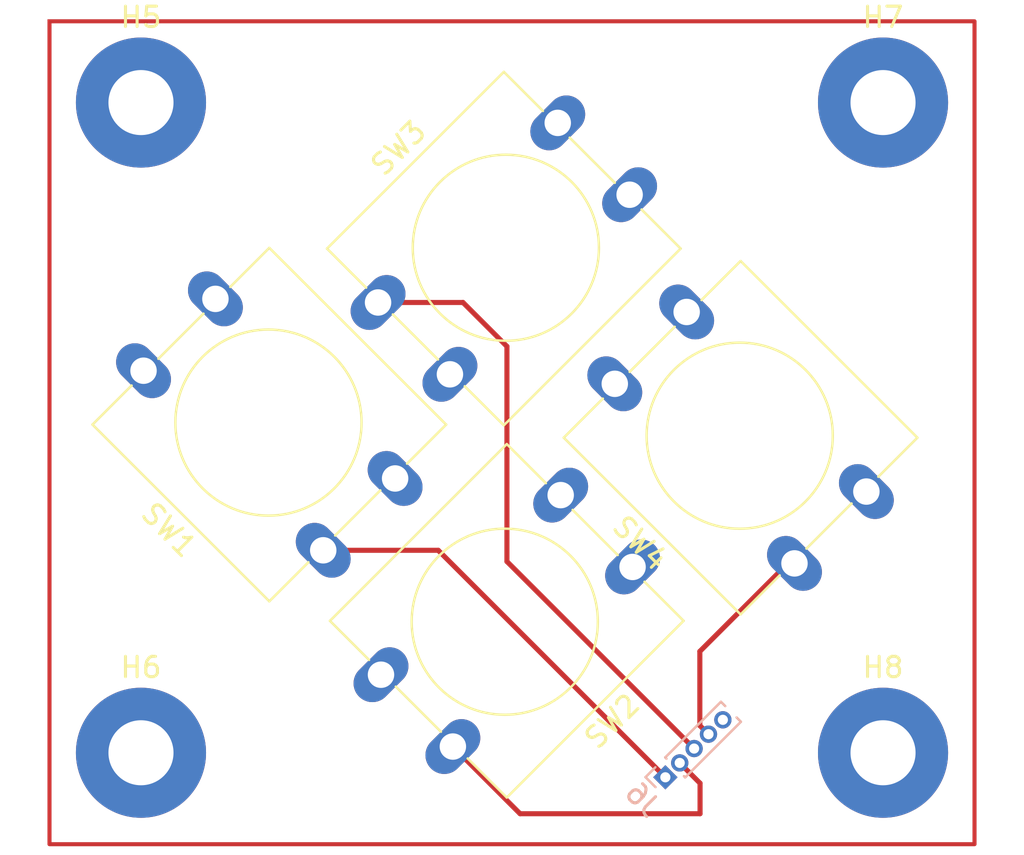
<source format=kicad_pcb>
(kicad_pcb (version 20221018) (generator pcbnew)
  (title_block (title "Pico Controller") (date "2023-09-23") (rev "0"))
  (layers (0 "F.Cu" signal) (31 "B.Cu" signal) (34 "B.Paste" user) (35 "F.Paste" user) (36 "B.SilkS" user "B.Silkscreen") (37 "F.SilkS" user "F.Silkscreen") (38 "B.Mask" user) (39 "F.Mask" user) (44 "Edge.Cuts" user))
  (net 0 "")
  (net 1 "GND")
  (net 2 "D2")
  (net 3 "D3")
  (net 4 "D4")
  (net 5 "D1")
  (footprint "Button_Switch_THT:SW_PUSH-12mm" (layer "F.Cu") (at 95.180114 70.855421 -135)
    (fp_text reference "SW2" (at 6.08 -4.66 45) (layer "F.SilkS"))
    (fp_text value "SW_Push_Dual")
    (fp_line (start 0.1 -3.65) (end 12.4 -3.65) (stroke (width 0.12)) (layer "F.SilkS"))
    (fp_line (start 0.1 -0.93) (end 0.1 -3.65) (stroke (width 0.12)) (layer "F.SilkS"))
    (fp_line (start 0.1 4.07) (end 0.1 0.93) (stroke (width 0.12)) (layer "F.SilkS"))
    (fp_line (start 0.1 8.65) (end 0.1 5.93) (stroke (width 0.12)) (layer "F.SilkS"))
    (fp_line (start 12.4 -3.65) (end 12.4 -0.93) (stroke (width 0.12)) (layer "F.SilkS"))
    (fp_line (start 12.4 0.93) (end 12.4 4.07) (stroke (width 0.12)) (layer "F.SilkS"))
    (fp_line (start 12.4 5.93) (end 12.4 8.65) (stroke (width 0.12)) (layer "F.SilkS"))
    (fp_line (start 12.4 8.65) (end 0.1 8.65) (stroke (width 0.12)) (layer "F.SilkS"))
    (fp_circle (center 6.35 2.54) (end 10.16 5.08) (stroke (width 0.12)) (fill none) (layer "F.SilkS"))
    (pad "1" thru_hole oval (at 0 0 225) (size 3.048 1.85) (drill 1.3) (layers "*.Cu" "*.Mask") (net 2 "D2"))
    (pad "1" thru_hole oval (at 12.5 0 225) (size 3.048 1.85) (drill 1.3) (layers "*.Cu" "*.Mask") (net 2 "D2"))
    (pad "2" thru_hole oval (at 0 5 225) (size 3.048 1.85) (drill 1.3) (layers "*.Cu" "*.Mask") (net 1 "GND"))
    (pad "2" thru_hole oval (at 12.5 5 225) (size 3.048 1.85) (drill 1.3) (layers "*.Cu" "*.Mask") (net 1 "GND"))
  )
  (footprint "Button_Switch_THT:SW_PUSH-12mm" (layer "F.Cu") (at 103.14458 70.680114 135)
    (fp_text reference "SW4" (at 6.08 -4.66 135) (layer "F.SilkS"))
    (fp_text value "SW_Push_Dual")
    (fp_line (start 0.1 -3.65) (end 12.4 -3.65) (stroke (width 0.12)) (layer "F.SilkS"))
    (fp_line (start 0.1 -0.93) (end 0.1 -3.65) (stroke (width 0.12)) (layer "F.SilkS"))
    (fp_line (start 0.1 4.07) (end 0.1 0.93) (stroke (width 0.12)) (layer "F.SilkS"))
    (fp_line (start 0.1 8.65) (end 0.1 5.93) (stroke (width 0.12)) (layer "F.SilkS"))
    (fp_line (start 12.4 -3.65) (end 12.4 -0.93) (stroke (width 0.12)) (layer "F.SilkS"))
    (fp_line (start 12.4 0.93) (end 12.4 4.07) (stroke (width 0.12)) (layer "F.SilkS"))
    (fp_line (start 12.4 5.93) (end 12.4 8.65) (stroke (width 0.12)) (layer "F.SilkS"))
    (fp_line (start 12.4 8.65) (end 0.1 8.65) (stroke (width 0.12)) (layer "F.SilkS"))
    (fp_circle (center 6.35 2.54) (end 10.16 5.08) (stroke (width 0.12)) (fill none) (layer "F.SilkS"))
    (pad "1" thru_hole oval (at 0 0 135) (size 3.048 1.85) (drill 1.3) (layers "*.Cu" "*.Mask") (net 4 "D4"))
    (pad "1" thru_hole oval (at 12.5 0 135) (size 3.048 1.85) (drill 1.3) (layers "*.Cu" "*.Mask") (net 4 "D4"))
    (pad "2" thru_hole oval (at 0 5 135) (size 3.048 1.85) (drill 1.3) (layers "*.Cu" "*.Mask") (net 1 "GND"))
    (pad "2" thru_hole oval (at 12.5 5 135) (size 3.048 1.85) (drill 1.3) (layers "*.Cu" "*.Mask") (net 1 "GND"))
  )
  (footprint "MountingHole:MountingHole_3.2mm_M3_Pad" (layer "F.Cu") (at 107.5 48)
    (fp_text reference "H7" (at 0 -4.2) (layer "F.SilkS"))
    (fp_text value "MountingHole_Pad")
    (pad "1" thru_hole circle (at 0 0) (size 6.4 6.4) (drill 3.2) (layers "*.Cu" "*.Mask") (net 1 "GND"))
  )
  (footprint "Button_Switch_THT:SW_PUSH-12mm" (layer "F.Cu") (at 82.661165 57.838835 45)
    (fp_text reference "SW3" (at 6.08 -4.66 45) (layer "F.SilkS"))
    (fp_text value "SW_Push_Dual")
    (fp_line (start 0.1 -3.65) (end 12.4 -3.65) (stroke (width 0.12)) (layer "F.SilkS"))
    (fp_line (start 0.1 -0.93) (end 0.1 -3.65) (stroke (width 0.12)) (layer "F.SilkS"))
    (fp_line (start 0.1 4.07) (end 0.1 0.93) (stroke (width 0.12)) (layer "F.SilkS"))
    (fp_line (start 0.1 8.65) (end 0.1 5.93) (stroke (width 0.12)) (layer "F.SilkS"))
    (fp_line (start 12.4 -3.65) (end 12.4 -0.93) (stroke (width 0.12)) (layer "F.SilkS"))
    (fp_line (start 12.4 0.93) (end 12.4 4.07) (stroke (width 0.12)) (layer "F.SilkS"))
    (fp_line (start 12.4 5.93) (end 12.4 8.65) (stroke (width 0.12)) (layer "F.SilkS"))
    (fp_line (start 12.4 8.65) (end 0.1 8.65) (stroke (width 0.12)) (layer "F.SilkS"))
    (fp_circle (center 6.35 2.54) (end 10.16 5.08) (stroke (width 0.12)) (fill none) (layer "F.SilkS"))
    (pad "1" thru_hole oval (at 0 0 45) (size 3.048 1.85) (drill 1.3) (layers "*.Cu" "*.Mask") (net 3 "D3"))
    (pad "1" thru_hole oval (at 12.5 0 45) (size 3.048 1.85) (drill 1.3) (layers "*.Cu" "*.Mask") (net 3 "D3"))
    (pad "2" thru_hole oval (at 0 5 45) (size 3.048 1.85) (drill 1.3) (layers "*.Cu" "*.Mask") (net 1 "GND"))
    (pad "2" thru_hole oval (at 12.5 5 45) (size 3.048 1.85) (drill 1.3) (layers "*.Cu" "*.Mask") (net 1 "GND"))
  )
  (footprint "MountingHole:MountingHole_3.2mm_M3_Pad" (layer "F.Cu") (at 71 48)
    (fp_text reference "H5" (at 0 -4.2) (layer "F.SilkS"))
    (fp_text value "MountingHole_Pad")
    (pad "1" thru_hole circle (at 0 0) (size 6.4 6.4) (drill 3.2) (layers "*.Cu" "*.Mask") (net 1 "GND"))
  )
  (footprint "Button_Switch_THT:SW_PUSH-12mm" (layer "F.Cu") (at 79.964466 70.035534 135)
    (fp_text reference "SW1" (at 6.08 -4.66 135) (layer "F.SilkS"))
    (fp_text value "SW_Push_Dual")
    (fp_line (start 0.1 -3.65) (end 12.4 -3.65) (stroke (width 0.12)) (layer "F.SilkS"))
    (fp_line (start 0.1 -0.93) (end 0.1 -3.65) (stroke (width 0.12)) (layer "F.SilkS"))
    (fp_line (start 0.1 4.07) (end 0.1 0.93) (stroke (width 0.12)) (layer "F.SilkS"))
    (fp_line (start 0.1 8.65) (end 0.1 5.93) (stroke (width 0.12)) (layer "F.SilkS"))
    (fp_line (start 12.4 -3.65) (end 12.4 -0.93) (stroke (width 0.12)) (layer "F.SilkS"))
    (fp_line (start 12.4 0.93) (end 12.4 4.07) (stroke (width 0.12)) (layer "F.SilkS"))
    (fp_line (start 12.4 5.93) (end 12.4 8.65) (stroke (width 0.12)) (layer "F.SilkS"))
    (fp_line (start 12.4 8.65) (end 0.1 8.65) (stroke (width 0.12)) (layer "F.SilkS"))
    (fp_circle (center 6.35 2.54) (end 10.16 5.08) (stroke (width 0.12)) (fill none) (layer "F.SilkS"))
    (pad "1" thru_hole oval (at 0 0 135) (size 3.048 1.85) (drill 1.3) (layers "*.Cu" "*.Mask") (net 5 "D1"))
    (pad "1" thru_hole oval (at 12.5 0 135) (size 3.048 1.85) (drill 1.3) (layers "*.Cu" "*.Mask") (net 5 "D1"))
    (pad "2" thru_hole oval (at 0 5 135) (size 3.048 1.85) (drill 1.3) (layers "*.Cu" "*.Mask") (net 1 "GND"))
    (pad "2" thru_hole oval (at 12.5 5 135) (size 3.048 1.85) (drill 1.3) (layers "*.Cu" "*.Mask") (net 1 "GND"))
  )
  (footprint "MountingHole:MountingHole_3.2mm_M3_Pad" (layer "F.Cu") (at 71 80)
    (fp_text reference "H6" (at 0 -4.2) (layer "F.SilkS"))
    (fp_text value "MountingHole_Pad")
    (pad "1" thru_hole circle (at 0 0) (size 6.4 6.4) (drill 3.2) (layers "*.Cu" "*.Mask") (net 1 "GND"))
  )
  (footprint "MountingHole:MountingHole_3.2mm_M3_Pad" (layer "F.Cu") (at 107.5 80)
    (fp_text reference "H8" (at 0 -4.2) (layer "F.SilkS"))
    (fp_text value "MountingHole_Pad")
    (pad "1" thru_hole circle (at 0 0) (size 6.4 6.4) (drill 3.2) (layers "*.Cu" "*.Mask") (net 1 "GND"))
  )
  (footprint "Connector_PinHeader_1.00mm:PinHeader_1x05_P1.00mm_Vertical" (layer "B.Cu") (at 96.792893 81.207107 -45)
    (fp_text reference "J6" (at 0 1.560001 135) (layer "B.SilkS") (effects (justify mirror)))
    (fp_text value "Conn_01x05_Socket")
    (fp_line (start -0.695 -4.56) (end -0.394493 -4.56) (stroke (width 0.12)) (layer "B.SilkS"))
    (fp_line (start -0.695 -0.685) (end -0.695 -4.56) (stroke (width 0.12)) (layer "B.SilkS"))
    (fp_line (start -0.695 -0.685) (end -0.608276 -0.685) (stroke (width 0.12)) (layer "B.SilkS"))
    (fp_line (start -0.695 0) (end -0.695 0.685) (stroke (width 0.12)) (layer "B.SilkS"))
    (fp_line (start -0.695 0.685) (end 0 0.685) (stroke (width 0.12)) (layer "B.SilkS"))
    (fp_line (start 0.394493 -4.56) (end 0.695 -4.56) (stroke (width 0.12)) (layer "B.SilkS"))
    (fp_line (start 0.608276 -0.685) (end 0.695 -0.685) (stroke (width 0.12)) (layer "B.SilkS"))
    (fp_line (start 0.695 -0.685) (end 0.695 -4.56) (stroke (width 0.12)) (layer "B.SilkS"))
    (pad "1" thru_hole rect (at 0 0 315) (size 0.85 0.85) (drill 0.5) (layers "*.Cu" "*.Mask") (net 5 "D1"))
    (pad "2" thru_hole oval (at 0 -1 315) (size 0.85 0.85) (drill 0.5) (layers "*.Cu" "*.Mask") (net 2 "D2"))
    (pad "3" thru_hole oval (at 0 -2 315) (size 0.85 0.85) (drill 0.5) (layers "*.Cu" "*.Mask") (net 3 "D3"))
    (pad "4" thru_hole oval (at 0 -3 315) (size 0.85 0.85) (drill 0.5) (layers "*.Cu" "*.Mask") (net 4 "D4"))
    (pad "5" thru_hole oval (at 0 -4 315) (size 0.85 0.85) (drill 0.5) (layers "*.Cu" "*.Mask") (net 1 "GND"))
  )
  (gr_rect (start 66.5 44) (end 112 84.5) (stroke (width 0.2)) (fill none) (layer "F.Cu"))
  (segment (start 98.5 81.5) (end 98.5 83) (width 0.25) (layer "F.Cu") (net 2))
  (segment (start 89.647023 83) (end 86.341279 79.694256) (width 0.25) (layer "F.Cu") (net 2))
  (segment (start 97.5 80.5) (end 98.5 81.5) (width 0.25) (layer "F.Cu") (net 2))
  (segment (start 98.5 83) (end 89.647023 83) (width 0.25) (layer "F.Cu") (net 2))
  (segment (start 86.838835 57.838835) (end 89 60) (width 0.25) (layer "F.Cu") (net 3))
  (segment (start 82.661165 57.838835) (end 86.838835 57.838835) (width 0.25) (layer "F.Cu") (net 3))
  (segment (start 89 60) (end 89 70.585786) (width 0.25) (layer "F.Cu") (net 3))
  (segment (start 89 70.585786) (end 98.207107 79.792893) (width 0.25) (layer "F.Cu") (net 3))
  (segment (start 103.14458 70.680114) (end 102.819886 70.680114) (width 0.25) (layer "F.Cu") (net 4))
  (segment (start 102.819886 70.680114) (end 98.489214 75.010786) (width 0.25) (layer "F.Cu") (net 4))
  (segment (start 98.489214 78.660788) (end 98.914213 79.085787) (width 0.25) (layer "F.Cu") (net 4))
  (segment (start 98.489214 75.010786) (end 98.489214 78.660788) (width 0.25) (layer "F.Cu") (net 4))
  (segment (start 85.62132 70.035534) (end 96.792893 81.207107) (width 0.25) (layer "F.Cu") (net 5))
  (segment (start 79.964466 70.035534) (end 85.62132 70.035534) (width 0.25) (layer "F.Cu") (net 5))
)
</source>
